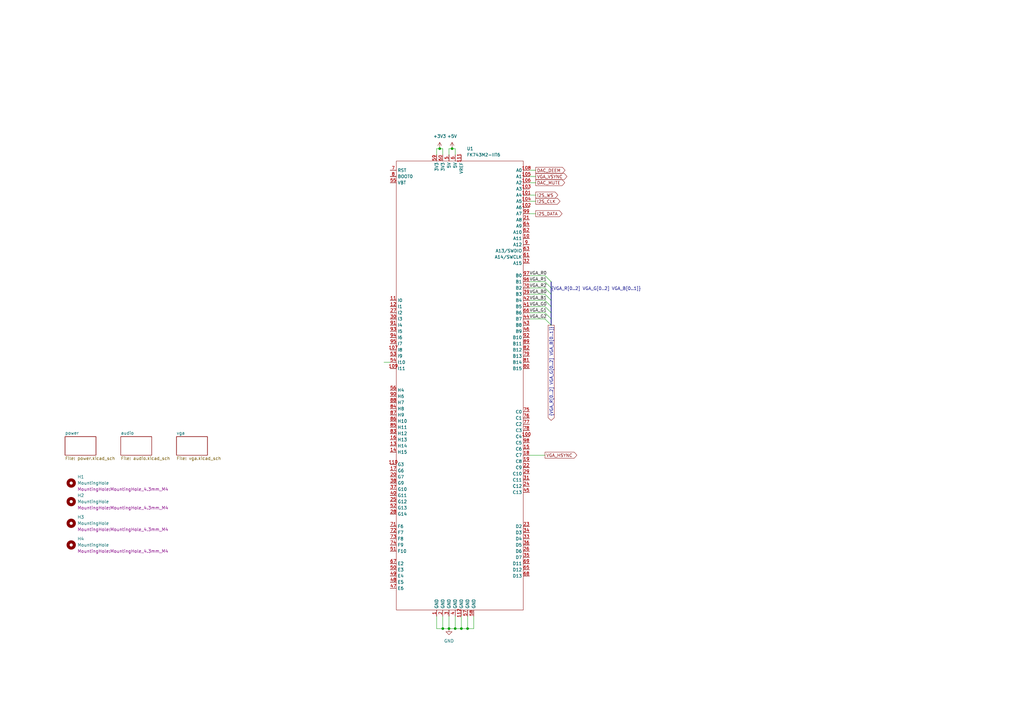
<source format=kicad_sch>
(kicad_sch (version 20230121) (generator eeschema)
  (paper "A3")
  (lib_symbols
    (symbol "FK432M2-IIT6_PC:FK743M2-IIT6"
      (property "Reference" "U" (at 5.08 186.69 0))
      (property "Value" "FK743M2-IIT6" (at 0 0 0))
      (symbol "FK743M2-IIT6_0_1"
        (rectangle (start 0 184.15) (end 52.07 0))
      )
      (symbol "FK743M2-IIT6_1_1"
        (pin power_in line (at 16.51 -2.54 90) (length 2.54) (name "GND") (number "1"))
        (pin bidirectional line (at 54.61 152.4 180) (length 2.54) (name "A11") (number "10"))
        (pin bidirectional line (at 54.61 71.12 180) (length 2.54) (name "C4") (number "100"))
        (pin bidirectional line (at 54.61 170.18 180) (length 2.54) (name "A4") (number "101"))
        (pin bidirectional line (at 54.61 165.1 180) (length 2.54) (name "A6") (number "102"))
        (pin bidirectional line (at 54.61 172.72 180) (length 2.54) (name "A3") (number "103"))
        (pin bidirectional line (at 54.61 167.64 180) (length 2.54) (name "A5") (number "104"))
        (pin bidirectional line (at 54.61 177.8 180) (length 2.54) (name "A1") (number "105"))
        (pin bidirectional line (at 54.61 175.26 180) (length 2.54) (name "A2") (number "106"))
        (pin bidirectional line (at -2.54 106.68 0) (length 2.54) (name "I8") (number "107"))
        (pin bidirectional line (at 54.61 180.34 180) (length 2.54) (name "A0") (number "108"))
        (pin bidirectional line (at -2.54 99.06 0) (length 2.54) (name "I11") (number "109"))
        (pin bidirectional line (at -2.54 127 0) (length 2.54) (name "I0") (number "11"))
        (pin bidirectional line (at -2.54 59.69 0) (length 2.54) (name "G3") (number "110"))
        (pin output line (at 26.67 186.69 270) (length 2.54) (name "VREF") (number "111"))
        (pin power_in line (at 26.67 -2.54 90) (length 2.54) (name "GND") (number "112"))
        (pin bidirectional line (at -2.54 124.46 0) (length 2.54) (name "I1") (number "12"))
        (pin bidirectional line (at -2.54 67.31 0) (length 2.54) (name "H14") (number "13"))
        (pin bidirectional line (at -2.54 64.77 0) (length 2.54) (name "H15") (number "14"))
        (pin bidirectional line (at 54.61 66.04 180) (length 2.54) (name "C6") (number "15"))
        (pin bidirectional line (at -2.54 69.85 0) (length 2.54) (name "H13") (number "16"))
        (pin bidirectional line (at -2.54 57.15 0) (length 2.54) (name "G6") (number "17"))
        (pin bidirectional line (at 54.61 63.5 180) (length 2.54) (name "C7") (number "18"))
        (pin bidirectional line (at 54.61 60.96 180) (length 2.54) (name "C8") (number "19"))
        (pin power_in line (at 19.05 -2.54 90) (length 2.54) (name "GND") (number "2"))
        (pin bidirectional line (at -2.54 54.61 0) (length 2.54) (name "G7") (number "20"))
        (pin bidirectional line (at 54.61 160.02 180) (length 2.54) (name "A8") (number "21"))
        (pin bidirectional line (at 54.61 58.42 180) (length 2.54) (name "C9") (number "22"))
        (pin bidirectional line (at 54.61 34.29 180) (length 2.54) (name "D2") (number "23"))
        (pin bidirectional line (at 54.61 50.8 180) (length 2.54) (name "C12") (number "24"))
        (pin bidirectional line (at -2.54 44.45 0) (length 2.54) (name "G12") (number "25"))
        (pin bidirectional line (at 54.61 24.13 180) (length 2.54) (name "D6") (number "26"))
        (pin bidirectional line (at -2.54 121.92 0) (length 2.54) (name "I2") (number "27"))
        (pin bidirectional line (at -2.54 39.37 0) (length 2.54) (name "G14") (number "28"))
        (pin bidirectional line (at 54.61 55.88 180) (length 2.54) (name "C10") (number "29"))
        (pin power_in line (at 21.59 -2.54 90) (length 2.54) (name "GND") (number "3"))
        (pin bidirectional line (at -2.54 119.38 0) (length 2.54) (name "I3") (number "30"))
        (pin bidirectional line (at 54.61 53.34 180) (length 2.54) (name "C11") (number "31"))
        (pin bidirectional line (at 54.61 142.24 180) (length 2.54) (name "A15") (number "32"))
        (pin bidirectional line (at 54.61 29.21 180) (length 2.54) (name "D4") (number "33"))
        (pin bidirectional line (at 54.61 31.75 180) (length 2.54) (name "D3") (number "34"))
        (pin bidirectional line (at 54.61 21.59 180) (length 2.54) (name "D7") (number "35"))
        (pin bidirectional line (at 54.61 26.67 180) (length 2.54) (name "D5") (number "36"))
        (pin bidirectional line (at -2.54 49.53 0) (length 2.54) (name "G10") (number "37"))
        (pin bidirectional line (at -2.54 52.07 0) (length 2.54) (name "G9") (number "38"))
        (pin bidirectional line (at 54.61 129.54 180) (length 2.54) (name "B3") (number "39"))
        (pin power_in line (at 24.13 -2.54 90) (length 2.54) (name "GND") (number "4"))
        (pin bidirectional line (at -2.54 46.99 0) (length 2.54) (name "G11") (number "40"))
        (pin bidirectional line (at 54.61 124.46 180) (length 2.54) (name "B5") (number "41"))
        (pin bidirectional line (at 54.61 127 180) (length 2.54) (name "B4") (number "42"))
        (pin bidirectional line (at 54.61 116.84 180) (length 2.54) (name "B8") (number "43"))
        (pin bidirectional line (at 54.61 119.38 180) (length 2.54) (name "B7") (number "44"))
        (pin bidirectional line (at 54.61 48.26 180) (length 2.54) (name "C13") (number "45"))
        (pin bidirectional line (at 54.61 114.3 180) (length 2.54) (name "B9") (number "46"))
        (pin bidirectional line (at -2.54 8.89 0) (length 2.54) (name "E6") (number "47"))
        (pin bidirectional line (at -2.54 11.43 0) (length 2.54) (name "E5") (number "48"))
        (pin bidirectional line (at -2.54 13.97 0) (length 2.54) (name "E4") (number "49"))
        (pin power_in line (at 21.59 186.69 270) (length 2.54) (name "5V") (number "5"))
        (pin bidirectional line (at -2.54 16.51 0) (length 2.54) (name "E3") (number "50"))
        (pin bidirectional line (at -2.54 24.13 0) (length 2.54) (name "F10") (number "51"))
        (pin bidirectional line (at -2.54 41.91 0) (length 2.54) (name "G13") (number "52"))
        (pin bidirectional line (at -2.54 104.14 0) (length 2.54) (name "I9") (number "53"))
        (pin bidirectional line (at -2.54 101.6 0) (length 2.54) (name "I10") (number "54"))
        (pin input line (at -2.54 175.26 0) (length 2.54) (name "VBT") (number "55"))
        (pin bidirectional line (at -2.54 90.17 0) (length 2.54) (name "H4") (number "56"))
        (pin power_in line (at 29.21 -2.54 90) (length 2.54) (name "GND") (number "57"))
        (pin power_in line (at 31.75 -2.54 90) (length 2.54) (name "GND") (number "58"))
        (pin power_in line (at 16.51 186.69 270) (length 2.54) (name "3V3") (number "59"))
        (pin power_in line (at 24.13 186.69 270) (length 2.54) (name "5V") (number "6"))
        (pin power_in line (at 19.05 186.69 270) (length 2.54) (name "3V3") (number "60"))
        (pin bidirectional line (at 54.61 144.78 180) (length 2.54) (name "A14/SWCLK") (number "61"))
        (pin bidirectional line (at 54.61 154.94 180) (length 2.54) (name "A10") (number "62"))
        (pin bidirectional line (at 54.61 147.32 180) (length 2.54) (name "A13/SWDIO") (number "63"))
        (pin bidirectional line (at 54.61 157.48 180) (length 2.54) (name "A9") (number "64"))
        (pin bidirectional line (at 54.61 16.51 180) (length 2.54) (name "D12") (number "65"))
        (pin bidirectional line (at 54.61 121.92 180) (length 2.54) (name "B6") (number "66"))
        (pin bidirectional line (at -2.54 19.05 0) (length 2.54) (name "E2") (number "67"))
        (pin bidirectional line (at 54.61 13.97 180) (length 2.54) (name "D13") (number "68"))
        (pin bidirectional line (at 54.61 19.05 180) (length 2.54) (name "D11") (number "69"))
        (pin input line (at -2.54 180.34 0) (length 2.54) (name "RST") (number "7"))
        (pin bidirectional line (at 54.61 132.08 180) (length 2.54) (name "B2") (number "70"))
        (pin bidirectional line (at -2.54 34.29 0) (length 2.54) (name "F6") (number "71"))
        (pin bidirectional line (at -2.54 31.75 0) (length 2.54) (name "F7") (number "72"))
        (pin bidirectional line (at -2.54 29.21 0) (length 2.54) (name "F8") (number "73"))
        (pin bidirectional line (at -2.54 26.67 0) (length 2.54) (name "F9") (number "74"))
        (pin bidirectional line (at 54.61 81.28 180) (length 2.54) (name "C0") (number "75"))
        (pin bidirectional line (at 54.61 78.74 180) (length 2.54) (name "C1") (number "76"))
        (pin bidirectional line (at 54.61 76.2 180) (length 2.54) (name "C2") (number "77"))
        (pin bidirectional line (at 54.61 73.66 180) (length 2.54) (name "C3") (number "78"))
        (pin bidirectional line (at 54.61 104.14 180) (length 2.54) (name "B13") (number "79"))
        (pin input line (at -2.54 177.8 0) (length 2.54) (name "BOOT0") (number "8"))
        (pin bidirectional line (at 54.61 99.06 180) (length 2.54) (name "B15") (number "80"))
        (pin bidirectional line (at 54.61 101.6 180) (length 2.54) (name "B14") (number "81"))
        (pin bidirectional line (at 54.61 106.68 180) (length 2.54) (name "B12") (number "82"))
        (pin bidirectional line (at -2.54 72.39 0) (length 2.54) (name "H12") (number "83"))
        (pin bidirectional line (at -2.54 82.55 0) (length 2.54) (name "H8") (number "84"))
        (pin bidirectional line (at -2.54 74.93 0) (length 2.54) (name "H11") (number "85"))
        (pin bidirectional line (at -2.54 77.47 0) (length 2.54) (name "H10") (number "86"))
        (pin bidirectional line (at -2.54 80.01 0) (length 2.54) (name "H9") (number "87"))
        (pin bidirectional line (at -2.54 85.09 0) (length 2.54) (name "H7") (number "88"))
        (pin bidirectional line (at 54.61 109.22 180) (length 2.54) (name "B11") (number "89"))
        (pin bidirectional line (at 54.61 149.86 180) (length 2.54) (name "A12") (number "9"))
        (pin bidirectional line (at -2.54 87.63 0) (length 2.54) (name "H6") (number "90"))
        (pin bidirectional line (at -2.54 116.84 0) (length 2.54) (name "I4") (number "91"))
        (pin bidirectional line (at 54.61 111.76 180) (length 2.54) (name "B10") (number "92"))
        (pin bidirectional line (at -2.54 114.3 0) (length 2.54) (name "I5") (number "93"))
        (pin bidirectional line (at -2.54 111.76 0) (length 2.54) (name "I6") (number "94"))
        (pin bidirectional line (at -2.54 109.22 0) (length 2.54) (name "I7") (number "95"))
        (pin bidirectional line (at 54.61 134.62 180) (length 2.54) (name "B1") (number "96"))
        (pin bidirectional line (at 54.61 137.16 180) (length 2.54) (name "B0") (number "97"))
        (pin bidirectional line (at 54.61 68.58 180) (length 2.54) (name "C5") (number "98"))
        (pin bidirectional line (at 54.61 162.56 180) (length 2.54) (name "A7") (number "99"))
      )
    )
    (symbol "Mechanical:MountingHole" (pin_names (offset 1.016))
      (property "Reference" "H" (at 0 5.08 0))
      (property "Value" "MountingHole" (at 0 3.175 0))
      (symbol "MountingHole_0_1"
        (circle (center 0 0) (radius 1.27) (stroke (width 1.27)))
      )
    )
    (symbol "power:+3V3" (power) (pin_names (offset 0))
      (property "Value" "+3V3" (at 0 3.556 0))
      (symbol "+3V3_0_1"
        (polyline (pts (xy -0.762 1.27) (xy 0 2.54)))
        (polyline (pts (xy 0 0) (xy 0 2.54)))
        (polyline (pts (xy 0 2.54) (xy 0.762 1.27)))
      )
      (symbol "+3V3_1_1"
        (pin power_in line (at 0 0 90) (length 0) hide (name "+3V3") (number "1"))
      )
    )
    (symbol "power:+5V" (power) (pin_names (offset 0))
      (property "Value" "+5V" (at 0 3.556 0))
      (symbol "+5V_0_1"
        (polyline (pts (xy -0.762 1.27) (xy 0 2.54)))
        (polyline (pts (xy 0 0) (xy 0 2.54)))
        (polyline (pts (xy 0 2.54) (xy 0.762 1.27)))
      )
      (symbol "+5V_1_1"
        (pin power_in line (at 0 0 90) (length 0) hide (name "+5V") (number "1"))
      )
    )
    (symbol "power:GND" (power) (pin_names (offset 0))
      (property "Value" "GND" (at 0 -3.81 0))
      (symbol "GND_0_1"
        (polyline (pts (xy 0 0) (xy 0 -1.27) (xy 1.27 -1.27) (xy 0 -2.54) (xy -1.27 -1.27) (xy 0 -1.27)))
      )
      (symbol "GND_1_1"
        (pin power_in line (at 0 0 270) (length 0) hide (name "GND") (number "1"))
      )
    )
  )
  (junction (at 191.77 257.81))
  (junction (at 186.69 257.81))
  (junction (at 185.42 60.96))
  (junction (at 181.61 257.81))
  (junction (at 180.34 60.96))
  (junction (at 184.15 257.81))
  (junction (at 189.23 257.81))
  (bus_entry (at 226.06 128.27) (size -2.54 -2.54))
  (bus_entry (at 226.06 120.65) (size -2.54 -2.54))
  (bus_entry (at 226.06 125.73) (size -2.54 -2.54))
  (bus_entry (at 226.06 130.81) (size -2.54 -2.54))
  (bus_entry (at 226.06 123.19) (size -2.54 -2.54))
  (bus_entry (at 226.06 115.57) (size -2.54 -2.54))
  (bus_entry (at 226.06 133.35) (size -2.54 -2.54))
  (bus_entry (at 226.06 118.11) (size -2.54 -2.54))
  (wire (pts (xy 180.34 60.96) (xy 179.07 60.96)))
  (wire (pts (xy 186.69 60.96) (xy 186.69 63.5)))
  (wire (pts (xy 194.31 252.73) (xy 194.31 257.81)))
  (wire (pts (xy 179.07 257.81) (xy 181.61 257.81)))
  (wire (pts (xy 186.69 252.73) (xy 186.69 257.81)))
  (wire (pts (xy 217.17 118.11) (xy 223.52 118.11)))
  (wire (pts (xy 217.17 82.55) (xy 219.71 82.55)))
  (wire (pts (xy 217.17 128.27) (xy 223.52 128.27)))
  (wire (pts (xy 184.15 63.5) (xy 184.15 60.96)))
  (wire (pts (xy 217.17 72.39) (xy 219.71 72.39)))
  (wire (pts (xy 191.77 252.73) (xy 191.77 257.81)))
  (wire (pts (xy 217.17 125.73) (xy 223.52 125.73)))
  (wire (pts (xy 217.17 186.69) (xy 223.52 186.69)))
  (wire (pts (xy 179.07 60.96) (xy 179.07 63.5)))
  (wire (pts (xy 185.42 60.96) (xy 186.69 60.96)))
  (wire (pts (xy 184.15 252.73) (xy 184.15 257.81)))
  (wire (pts (xy 217.17 130.81) (xy 223.52 130.81)))
  (wire (pts (xy 217.17 123.19) (xy 223.52 123.19)))
  (wire (pts (xy 186.69 257.81) (xy 184.15 257.81)))
  (wire (pts (xy 217.17 80.01) (xy 219.71 80.01)))
  (wire (pts (xy 194.31 257.81) (xy 191.77 257.81)))
  (wire (pts (xy 217.17 69.85) (xy 219.71 69.85)))
  (wire (pts (xy 217.17 120.65) (xy 223.52 120.65)))
  (wire (pts (xy 189.23 257.81) (xy 186.69 257.81)))
  (wire (pts (xy 191.77 257.81) (xy 189.23 257.81)))
  (bus (pts (xy 226.06 118.11) (xy 226.06 120.65)))
  (wire (pts (xy 181.61 252.73) (xy 181.61 257.81)))
  (wire (pts (xy 217.17 113.03) (xy 223.52 113.03)))
  (wire (pts (xy 217.17 115.57) (xy 223.52 115.57)))
  (bus (pts (xy 226.06 120.65) (xy 226.06 123.19)))
  (bus (pts (xy 226.06 128.27) (xy 226.06 130.81)))
  (wire (pts (xy 181.61 60.96) (xy 180.34 60.96)))
  (bus (pts (xy 226.06 125.73) (xy 226.06 128.27)))
  (wire (pts (xy 217.17 74.93) (xy 219.71 74.93)))
  (wire (pts (xy 217.17 87.63) (xy 219.71 87.63)))
  (bus (pts (xy 226.06 130.81) (xy 226.06 133.35)))
  (wire (pts (xy 157.48 148.59) (xy 160.02 148.59)))
  (wire (pts (xy 179.07 252.73) (xy 179.07 257.81)))
  (wire (pts (xy 184.15 60.96) (xy 185.42 60.96)))
  (wire (pts (xy 181.61 63.5) (xy 181.61 60.96)))
  (wire (pts (xy 189.23 252.73) (xy 189.23 257.81)))
  (bus (pts (xy 226.06 123.19) (xy 226.06 125.73)))
  (bus (pts (xy 226.06 115.57) (xy 226.06 118.11)))
  (wire (pts (xy 181.61 257.81) (xy 184.15 257.81)))
  (label "VGA_B1" (at 217.17 123.19 0))
  (label "VGA_B0" (at 217.17 120.65 0))
  (label "VGA_R1" (at 217.17 115.57 0))
  (label "VGA_G0" (at 217.17 125.73 0))
  (label "{VGA_R[0..2] VGA_G[0..2] VGA_B[0..1]}" (at 226.06 119.38 0))
  (label "VGA_G1" (at 217.17 128.27 0))
  (label "VGA_R0" (at 217.17 113.03 0))
  (label "VGA_R2" (at 217.17 118.11 0))
  (label "VGA_G2" (at 217.17 130.81 0))
  (global_label "{VGA_R[0..2] VGA_G[0..2] VGA_B[0..1]}" (shape output) (at 226.06 133.35 270) (property "Intersheetrefs" "${INTERSHEET_REFS}" (effects hide)))
  (global_label "VGA_HSYNC" (shape output) (at 223.52 186.69 0) (property "Intersheetrefs" "${INTERSHEET_REFS}" (effects hide)))
  (global_label "DAC_MUTE" (shape output) (at 219.71 74.93 0) (property "Intersheetrefs" "${INTERSHEET_REFS}" (effects hide)))
  (global_label "I2S_DATA" (shape output) (at 219.71 87.63 0) (property "Intersheetrefs" "${INTERSHEET_REFS}" (effects hide)))
  (global_label "VGA_VSYNC" (shape output) (at 219.71 72.39 0) (property "Intersheetrefs" "${INTERSHEET_REFS}" (effects hide)))
  (global_label "I2S_WS" (shape output) (at 219.71 80.01 0) (property "Intersheetrefs" "${INTERSHEET_REFS}" (effects hide)))
  (global_label "DAC_DEEM" (shape output) (at 219.71 69.85 0) (property "Intersheetrefs" "${INTERSHEET_REFS}" (effects hide)))
  (global_label "I2S_CLK" (shape output) (at 219.71 82.55 0) (property "Intersheetrefs" "${INTERSHEET_REFS}" (effects hide)))
  (symbol (lib_id "power:GND") (at 184.15 257.81 0) (unit 1)
    (property "Reference" "#PWR02" (effects hide))
    (property "Value" "GND" (at 184.15 262.89 0))
  )
  (symbol (lib_id "Mechanical:MountingHole") (at 29.21 223.52 0) (unit 1)
    (property "Reference" "H4" (at 31.75 220.98 0) (effects (justify left)))
    (property "Value" "MountingHole" (at 31.75 223.52 0) (effects (justify left)))
    (property "Footprint" "MountingHole:MountingHole_4.3mm_M4" (at 31.75 226.06 0) (effects (justify left)))
  )
  (symbol (lib_id "Mechanical:MountingHole") (at 29.21 198.12 0) (unit 1)
    (property "Reference" "H1" (at 31.75 195.58 0) (effects (justify left)))
    (property "Value" "MountingHole" (at 31.75 198.12 0) (effects (justify left)))
    (property "Footprint" "MountingHole:MountingHole_4.3mm_M4" (at 31.75 200.66 0) (effects (justify left)))
  )
  (symbol (lib_id "Mechanical:MountingHole") (at 29.21 214.63 0) (unit 1)
    (property "Reference" "H3" (at 31.75 212.09 0) (effects (justify left)))
    (property "Value" "MountingHole" (at 31.75 214.63 0) (effects (justify left)))
    (property "Footprint" "MountingHole:MountingHole_4.3mm_M4" (at 31.75 217.17 0) (effects (justify left)))
  )
  (symbol (lib_id "Mechanical:MountingHole") (at 29.21 205.74 0) (unit 1)
    (property "Reference" "H2" (at 31.75 203.2 0) (effects (justify left)))
    (property "Value" "MountingHole" (at 31.75 205.74 0) (effects (justify left)))
    (property "Footprint" "MountingHole:MountingHole_4.3mm_M4" (at 31.75 208.28 0) (effects (justify left)))
  )
  (symbol (lib_id "FK432M2-IIT6_PC:FK743M2-IIT6") (at 162.56 250.19 0) (unit 1)
    (property "Reference" "U1" (at 191.4241 60.96 0) (effects (justify left)))
    (property "Value" "FK743M2-IIT6" (at 191.4241 63.5 0) (effects (justify left)))
    (property "Footprint" "FK432M2-IIT6_PC:FK432M2-IIT6" (effects hide))
  )
  (symbol (lib_id "power:+3V3") (at 180.34 60.96 0) (unit 1)
    (property "Reference" "#PWR01" (effects hide))
    (property "Value" "+3V3" (at 180.34 55.88 0))
  )
  (symbol (lib_id "power:+5V") (at 185.42 60.96 0) (unit 1)
    (property "Reference" "#PWR03" (effects hide))
    (property "Value" "+5V" (at 185.42 55.88 0))
  )
  (sheet (at 49.53 179.07) (size 12.7 7.62) (stroke (width 0.1524))
    (property "Sheetname" "audio" (at 49.53 178.3584 0) (effects (justify left bottom)))
    (property "Sheetfile" "audio.kicad_sch" (at 49.53 187.2746 0) (effects (justify left top)))
  )
  (sheet (at 26.67 179.07) (size 12.7 7.62) (stroke (width 0.1524))
    (property "Sheetname" "power" (at 26.67 178.3584 0) (effects (justify left bottom)))
    (property "Sheetfile" "power.kicad_sch" (at 26.67 187.2746 0) (effects (justify left top)))
  )
  (sheet (at 72.39 179.07) (size 12.7 7.62) (stroke (width 0.1524))
    (property "Sheetname" "vga" (at 72.39 178.3584 0) (effects (justify left bottom)))
    (property "Sheetfile" "vga.kicad_sch" (at 72.39 187.2746 0) (effects (justify left top)))
  )
)
</source>
